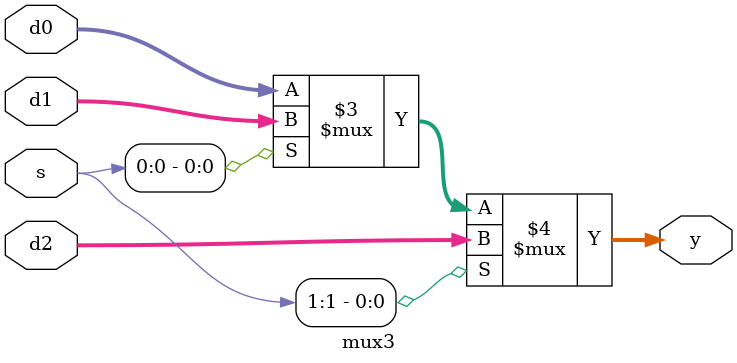
<source format=sv>

module datapath(input  logic        clk, reset,
                output logic [31:0] Adr, WriteData,
                input  logic [31:0] ReadData,
                output logic [31:0] Instr,
                output logic [3:0]  ALUFlags,
                input  logic        PCWrite, RegWrite,
                input  logic        IRWrite,
                input  logic        AdrSrc, 
                input  logic [1:0]  RegSrc, 
                input  logic [1:0]  ALUSrcA, ALUSrcB, ResultSrc,
                input  logic [1:0]  ImmSrc, ALUControl);

	logic [31:0] PCNext, PC;
	logic [31:0] ExtImm, SrcA, SrcB, Result;
	logic [31:0] Data, RD1, RD2, A, ALUResult, ALUOut;
	logic [3:0]  RA1, RA2;

	// Your datapath hardware goes below. Instantiate each of the 
	// submodules that you need. Remember that you can reuse hardware
    // from the book. Be sure to give your instantiated modules 
	// applicable names such as pcreg (PC register), adrmux 
	// (Address Mux), etc. so that your code is easier to understand.

	// ADD CODE HERE
	
	assign PC = Result;
	
	ProgramCounter Pc(clk, reset,
				      PCWrite,
				   	  PC,
					  PCNext);
					  
	mux2 AddressMux(PCNext,
					Result,
					AdrSrc,
					Adr);
					
	flopr DataReg(clk, reset, 
			      ReadData,
				  Data);
				 
	flopenr InsReg(clk,
					reset,
					IRWrite,
					ReadData,
					Instr);
	mux2#(4) RegSrc1(Instr[19:16],
					  4'hF,
					  RegSrc[0],
					  RA1);
					  
	mux2#(4) RegSrc2(Instr[3:0],
					  Instr[15:12],
					  RegSrc[1],
					  RA2);
	
	regfile RegisterFile(clk, reset, 
						 RegWrite,
						 RA1, RA2,
						 Instr[15:12],
						 Result,
						 Result,
						 RD1, RD2);
	
	extend ExtUnit(Instr[23:0],
				   ImmSrc,
				   ExtImm);
	
	flopr RegDataReg1(clk,
						reset,
						RD1,
						A);
						
	flopr RegDataReg2(clk,
						reset,
						RD2,
						WriteData);
						 
	mux2 ALUSrcAmux(A,
					PCNext,
					ALUSrcA[0],
					SrcA);
	
	//shihter
	logic [31:0] WriteData_sh;
   Shifter WriteDsh(WriteData,
					 Instr[11:7],
					 Instr[6:5],
					 WriteData_sh); 
	
	mux3#(32) ALUSrcBmux(WriteData_sh,
					ExtImm,
					32'd4,
					ALUSrcB,
					SrcB);
					
	ALU MultiCAlu(SrcA,
				  SrcB,
				  ALUControl,
				  ALUResult,
				  ALUFlags);
	
	flopr AluOutReg(clk,
					  reset,
					  ALUResult,
					  ALUOut);
					  
	mux3#(32) ResultMux(ALUOut,
						Data,
						ALUResult,
						ResultSrc,
						Result);		  

endmodule


// ADD CODE BELOW
// Add needed building blocks below (i.e., parameterizable muxes, 
// registers, etc.). Remember, you can reuse code from the book.
// We've also provided a parameterizable 3:1 mux below for your 
// convenience.

module Shifter #(parameter N = 32)(input logic [N-1:0] in,
								   input logic[4:0]Shamt,
								   input logic[1:0]Type,
								   output logic[N-1:0] out);
  always_comb
    case (Type)
      2'b00: out = in <<  Shamt; //LSL
      2'b01: out = in >>  Shamt; //LSR
      2'b10: out = in >>> Shamt; //ASR
      2'b11: out = (in >> Shamt) | (in << N - Shamt); //ROR
      default: out = in;
    endcase
endmodule

module ProgramCounter #(parameter	WIDTH	= 32)
									  (input logic	clk, reset,
									   input logic						en,
									   input logic[(WIDTH - 1):0]	AddrIn,
									   output logic[(WIDTH - 1):0]	AddrOut);


	always_ff	@(posedge clk, negedge ~reset)
	begin
		if (reset)				AddrOut <= 32'd0;
		else if (en)			AddrOut <= AddrIn;
	end

endmodule

module flopenr #(parameter WIDTH = 32)
				(input logic clk, reset, en,
				input logic [WIDTH-1:0] d,
				output logic [WIDTH-1:0] q);
				
	always_ff @(posedge clk, negedge ~reset)
		if (reset) q <= 0; 
		else if (en) q <= d; 
endmodule

module flopr #(parameter WIDTH = 32)
			  (input logic clk, reset,
			  input logic [WIDTH-1:0] d,
			  output logic [WIDTH-1:0] q);
			  
	always_ff @(posedge clk, negedge ~reset)
		if (reset) q <= 0;
		else q <= d;
endmodule

module extend(input logic [23:0] Instr,
			  input logic [1:0] ImmSrc,
			  output logic [31:0] ExtImm);
			  
	always_comb
		case(ImmSrc)
					// 8-bit unsigned immediate
			2'b00: ExtImm = {24'b0, Instr[7:0]};
					// 12-bit unsigned immediate
			2'b01: ExtImm = {20'b0, Instr[11:0]};
					// 24-bit two's complement shifted branch
			2'b10: ExtImm = {{6{Instr[23]}}, Instr[23:0], 2'b00};
			default: ExtImm = 32'bx; // undefined 
	endcase 
endmodule

module regfile(input logic clk, reset,
			   input logic we3,
			   input logic [3:0] ra1, ra2, wa3,
			   input logic [31:0] wd3, r15,
			   output logic [31:0] rd1, rd2);
	logic [31:0] rf[15:0];
	// three ported register file 
	// read two ports combinationally
	// write third port on rising edge of clock
	// register 15 reads PC+8 instead
	always_ff @(posedge clk, negedge ~reset)
		if (reset)
		begin
			int i;
			for (i = 0; i < 16; i = i + 1)	rf[i] = 32'd0;
		end
		else if (we3) rf[wa3] <= wd3;
	assign rd1 = (ra1 == 4'b1111) ? r15 : rf[ra1]; 
	assign rd2 = (ra2 == 4'b1111) ? r15 : rf[ra2]; 
endmodule

module mux2 #(parameter	WIDTH	= 32)
					(input logic[(WIDTH - 1):0]	d0, d1,
					 input logic						s,
					 output logic[(WIDTH - 1):0]	y);

	assign y = s ?	d1 : d0;
endmodule

module ALU#(parameter WIDTH = 32) (input logic [31:0] a,b,
			input logic [31:0] ALUcontrol,
			output logic [31:0] Result ,
			output logic [3:0] ALUflags);
	logic neg,zero,carry,overflow;
	logic [31:0] condinvb;
	logic [32:0] sum;
	assign condinvb = ALUcontrol[0] ? ~b:b;
	assign sum = a + condinvb + ALUcontrol[0];
	always_comb 
		casex (ALUcontrol[1:0])
		2'b0?: Result = sum;
		2'b10: Result = a&b;
		2'b11: Result = a|b;
	endcase

	assign neg = Result[31];
	assign zero = (Result == 32'b0);
	assign carry = (ALUcontrol[1] == 1'b0) & sum[32];
	assign overflow = (ALUcontrol[1] == 1'b0) & ~(a[31]^b[31]^ALUcontrol[0]) 
					&(a[31]^sum[31]);
	assign ALUflags = {neg , zero , carry , overflow};
endmodule // ALU

module mux3 #(parameter WIDTH = 8)
             (input  logic [WIDTH-1:0] d0, d1, d2,
              input  logic [1:0]       s, 
              output logic [WIDTH-1:0] y);

	assign y = s[1] ? d2 : (s[0] ? d1 : d0); 
endmodule


</source>
